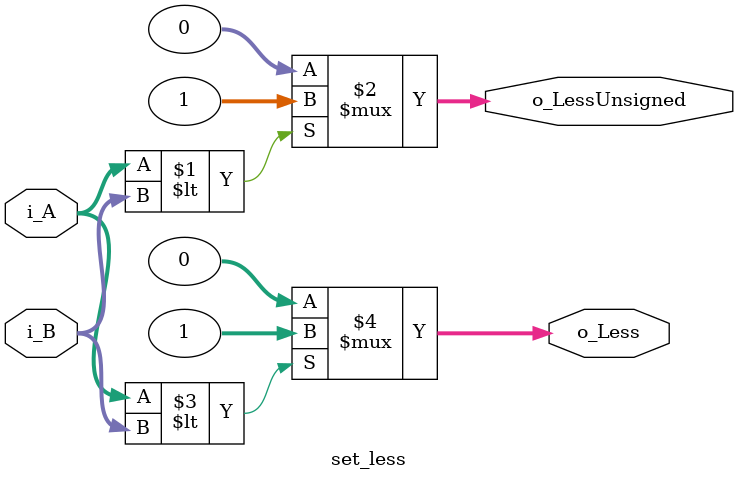
<source format=sv>

module set_less 
(
    input  logic [31:0] i_A,
    input  logic [31:0] i_B,
    output logic [31:0] o_Less,
    output logic [31:0] o_LessUnsigned
);

    // Unsigned comparison
    assign o_LessUnsigned = (i_A < i_B) ? 32'h0000_0001 : 32'h0000_0000;

    // Signed compare
    assign o_Less  = ($signed(i_A) < $signed(i_B)) ? 32'h0000_0001 : 32'h0000_0000;

endmodule

</source>
